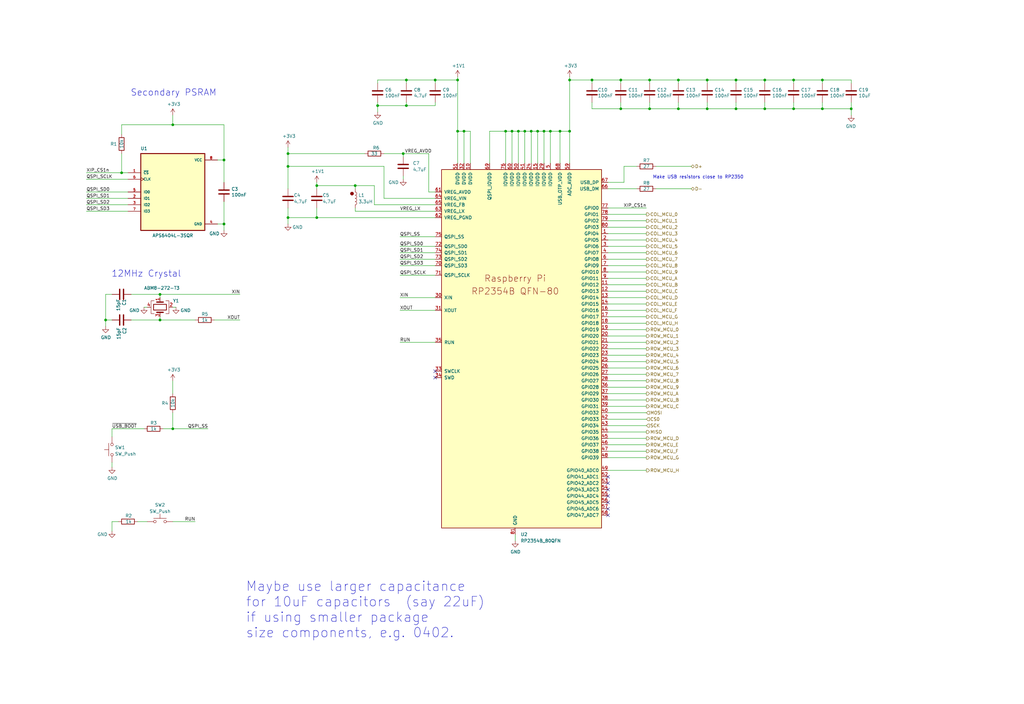
<source format=kicad_sch>
(kicad_sch (version 20250114) (generator "eeschema") (generator_version "9.0")
  (paper "User" 406.4 279.4)
  (lib_symbols
    (symbol "Device:C" (pin_numbers (hide yes)) (pin_names (offset 0.254))
      (property "Reference" "C" (at 0.635 2.54 0))
      (property "Value" "C" (at 0.635 -2.54 0))
      (symbol "C_0_1"
        (polyline (pts (xy -2.032 0.762) (xy 2.032 0.762)) (stroke (width 0.508)))
        (polyline (pts (xy -2.032 -0.762) (xy 2.032 -0.762)) (stroke (width 0.508)))
      )
      (symbol "C_1_1"
        (pin passive line (at 0 3.81 270) (length 2.794) (name "~") (number "1"))
        (pin passive line (at 0 -3.81 90) (length 2.794) (name "~") (number "2"))
      )
    )
    (symbol "Device:Crystal_GND24" (pin_names (offset 1.016) (hide yes))
      (property "Reference" "Y" (at 3.175 5.08 0))
      (property "Value" "Crystal_GND24" (at 3.175 3.175 0))
      (symbol "Crystal_GND24_0_1"
        (polyline (pts (xy -2.54 2.286) (xy -2.54 3.556) (xy 2.54 3.556) (xy 2.54 2.286)))
        (polyline (pts (xy -2.54 0) (xy -2.032 0)))
        (polyline (pts (xy -2.54 -2.286) (xy -2.54 -3.556) (xy 2.54 -3.556) (xy 2.54 -2.286)))
        (polyline (pts (xy -2.032 -1.27) (xy -2.032 1.27)) (stroke (width 0.508)))
        (rectangle (start -1.143 2.54) (end 1.143 -2.54) (stroke (width 0.3048)))
        (polyline (pts (xy 0 3.556) (xy 0 3.81)))
        (polyline (pts (xy 0 -3.81) (xy 0 -3.556)))
        (polyline (pts (xy 2.032 0) (xy 2.54 0)))
        (polyline (pts (xy 2.032 -1.27) (xy 2.032 1.27)) (stroke (width 0.508)))
      )
      (symbol "Crystal_GND24_1_1"
        (pin passive line (at -3.81 0 0) (length 1.27) (name "1") (number "1"))
        (pin passive line (at 0 5.08 270) (length 1.27) (name "2") (number "2"))
        (pin passive line (at 0 -5.08 90) (length 1.27) (name "4") (number "4"))
        (pin passive line (at 3.81 0 180) (length 1.27) (name "3") (number "3"))
      )
    )
    (symbol "Device:L" (pin_numbers (hide yes)) (pin_names (offset 1.016) (hide yes))
      (property "Reference" "L" (at -1.27 0 90))
      (property "Value" "L" (at 1.905 0 90))
      (symbol "L_0_1"
        (arc (start 0 2.54) (mid 0.6323 1.905) (end 0 1.27))
        (arc (start 0 1.27) (mid 0.6323 0.635) (end 0 0))
        (arc (start 0 0) (mid 0.6323 -0.635) (end 0 -1.27))
        (arc (start 0 -1.27) (mid 0.6323 -1.905) (end 0 -2.54))
      )
      (symbol "L_1_1"
        (pin passive line (at 0 3.81 270) (length 1.27) (name "1") (number "1"))
        (pin passive line (at 0 -3.81 90) (length 1.27) (name "2") (number "2"))
      )
    )
    (symbol "Device:R" (pin_numbers (hide yes)) (pin_names (offset 0))
      (property "Reference" "R" (at 2.032 0 90))
      (property "Value" "R" (at 0 0 90))
      (symbol "R_0_1"
        (rectangle (start -1.016 -2.54) (end 1.016 2.54) (stroke (width 0.254)))
      )
      (symbol "R_1_1"
        (pin passive line (at 0 3.81 270) (length 1.27) (name "~") (number "1"))
        (pin passive line (at 0 -3.81 90) (length 1.27) (name "~") (number "2"))
      )
    )
    (symbol "Switch:SW_Push" (pin_numbers (hide yes)) (pin_names (offset 1.016) (hide yes))
      (property "Reference" "SW" (at 1.27 2.54 0))
      (property "Value" "SW_Push" (at 0 -1.524 0))
      (symbol "SW_Push_0_1"
        (circle (center -2.032 0) (radius 0.508))
        (polyline (pts (xy 0 1.27) (xy 0 3.048)))
        (circle (center 2.032 0) (radius 0.508))
        (polyline (pts (xy 2.54 1.27) (xy -2.54 1.27)))
        (pin passive line (at -5.08 0 0) (length 2.54) (name "1") (number "1"))
        (pin passive line (at 5.08 0 180) (length 2.54) (name "2") (number "2"))
      )
    )
    (symbol "panel_custom:APS6404L-3SQR" (pin_names (offset 1.016))
      (property "Reference" "U" (at -12.7 16.24 0))
      (property "Value" "APS6404L-3SQR" (at -4.572 16.256 0))
      (symbol "APS6404L-3SQR_0_0"
        (rectangle (start -12.7 -15.24) (end 12.7 15.24) (stroke (width 0.41)) (fill (type background)))
        (pin input line (at -17.78 7.62 0) (length 5.08) (name "~{CS}") (number "1"))
        (pin input clock (at -17.78 5.08 0) (length 5.08) (name "CLK") (number "6"))
        (pin bidirectional line (at -17.78 0 0) (length 5.08) (name "IO0") (number "5"))
        (pin bidirectional line (at -17.78 -2.54 0) (length 5.08) (name "IO1") (number "2"))
        (pin bidirectional line (at -17.78 -5.08 0) (length 5.08) (name "IO2") (number "3"))
        (pin bidirectional line (at -17.78 -7.62 0) (length 5.08) (name "IO3") (number "7"))
        (pin power_in line (at 17.78 12.7 180) (length 5.08) (name "VCC") (number "8"))
        (pin power_in line (at 17.78 -12.7 180) (length 5.08) (name "GND") (number "4"))
      )
    )
    (symbol "panel_custom:RP2354B_80QFN" (pin_names (offset 1.016))
      (property "Reference" "U" (at -29.21 49.53 0))
      (property "Value" "RP2354B_80QFN" (at 25.4 -96.52 0))
      (symbol "RP2354B_80QFN_0_0"
        (text "Raspberry Pi" (at 0 5.08 0) (effects (font (size 2.54 2.54))))
      )
      (symbol "RP2354B_80QFN_0_1"
        (rectangle (start -29.21 48.26) (end 34.29 -93.98) (stroke (width 0.254)) (fill (type background)))
      )
      (symbol "RP2354B_80QFN_1_1"
        (text "RP2354B QFN-80" (at 0 0 0) (effects (font (size 2.54 2.54))))
        (pin power_in line (at -31.75 39.37 0) (length 2.54) (name "VREG_AVDD") (number "61"))
        (pin power_in line (at -31.75 36.83 0) (length 2.54) (name "VREG_VIN") (number "64"))
        (pin input line (at -31.75 34.29 0) (length 2.54) (name "VREG_FB") (number "65"))
        (pin power_out line (at -31.75 31.75 0) (length 2.54) (name "VREG_LX") (number "63"))
        (pin power_in line (at -31.75 29.21 0) (length 2.54) (name "VREG_PGND") (number "62"))
        (pin bidirectional line (at -31.75 21.59 0) (length 2.54) (name "QSPI_SS") (number "75"))
        (pin bidirectional line (at -31.75 17.78 0) (length 2.54) (name "QSPI_SD0") (number "72"))
        (pin bidirectional line (at -31.75 15.24 0) (length 2.54) (name "QSPI_SD1") (number "74"))
        (pin bidirectional line (at -31.75 12.7 0) (length 2.54) (name "QSPI_SD2") (number "73"))
        (pin bidirectional line (at -31.75 10.16 0) (length 2.54) (name "QSPI_SD3") (number "70"))
        (pin output line (at -31.75 6.35 0) (length 2.54) (name "QSPI_SCLK") (number "71"))
        (pin input line (at -31.75 -2.54 0) (length 2.54) (name "XIN") (number "30"))
        (pin passive line (at -31.75 -7.62 0) (length 2.54) (name "XOUT") (number "31"))
        (pin input line (at -31.75 -20.32 0) (length 2.54) (name "RUN") (number "35"))
        (pin output line (at -31.75 -31.75 0) (length 2.54) (name "SWCLK") (number "33"))
        (pin bidirectional line (at -31.75 -34.29 0) (length 2.54) (name "SWD") (number "34"))
        (pin power_in line (at -22.86 50.8 270) (length 2.54) (name "DVDD") (number "51"))
        (pin power_in line (at -20.32 50.8 270) (length 2.54) (name "DVDD") (number "32"))
        (pin power_in line (at -17.78 50.8 270) (length 2.54) (name "DVDD") (number "10"))
        (pin power_in line (at -10.16 50.8 270) (length 2.54) (name "QSPI_IOVDD") (number "69"))
        (pin power_in line (at -3.81 50.8 270) (length 2.54) (name "IOVDD") (number "76"))
        (pin power_in line (at -1.27 50.8 270) (length 2.54) (name "IOVDD") (number "60"))
        (pin power_in line (at 0 -96.52 90) (length 2.54) (name "GND") (number "81"))
        (pin power_in line (at 1.27 50.8 270) (length 2.54) (name "IOVDD") (number "50"))
        (pin power_in line (at 3.81 50.8 270) (length 2.54) (name "IOVDD") (number "41"))
        (pin power_in line (at 6.35 50.8 270) (length 2.54) (name "IOVDD") (number "24"))
        (pin power_in line (at 8.89 50.8 270) (length 2.54) (name "IOVDD") (number "15"))
        (pin power_in line (at 11.43 50.8 270) (length 2.54) (name "IOVDD") (number "29"))
        (pin power_in line (at 13.97 50.8 270) (length 2.54) (name "IOVDD") (number "5"))
        (pin power_in line (at 17.78 50.8 270) (length 2.54) (name "USB_OTP_VDD") (number "68"))
        (pin power_in line (at 21.59 50.8 270) (length 2.54) (name "ADC_AVDD") (number "59"))
        (pin bidirectional line (at 36.83 43.18 180) (length 2.54) (name "USB_DP") (number "67"))
        (pin bidirectional line (at 36.83 40.64 180) (length 2.54) (name "USB_DM") (number "66"))
        (pin bidirectional line (at 36.83 33.02 180) (length 2.54) (name "GPIO0") (number "77"))
        (pin bidirectional line (at 36.83 30.48 180) (length 2.54) (name "GPIO1") (number "78"))
        (pin bidirectional line (at 36.83 27.94 180) (length 2.54) (name "GPIO2") (number "79"))
        (pin bidirectional line (at 36.83 25.4 180) (length 2.54) (name "GPIO3") (number "80"))
        (pin bidirectional line (at 36.83 22.86 180) (length 2.54) (name "GPIO4") (number "1"))
        (pin bidirectional line (at 36.83 20.32 180) (length 2.54) (name "GPIO5") (number "2"))
        (pin bidirectional line (at 36.83 17.78 180) (length 2.54) (name "GPIO6") (number "3"))
        (pin bidirectional line (at 36.83 15.24 180) (length 2.54) (name "GPIO7") (number "4"))
        (pin bidirectional line (at 36.83 12.7 180) (length 2.54) (name "GPIO8") (number "6"))
        (pin bidirectional line (at 36.83 10.16 180) (length 2.54) (name "GPIO9") (number "7"))
        (pin bidirectional line (at 36.83 7.62 180) (length 2.54) (name "GPIO10") (number "8"))
        (pin bidirectional line (at 36.83 5.08 180) (length 2.54) (name "GPIO11") (number "9"))
        (pin bidirectional line (at 36.83 2.54 180) (length 2.54) (name "GPIO12") (number "11"))
        (pin bidirectional line (at 36.83 0 180) (length 2.54) (name "GPIO13") (number "12"))
        (pin bidirectional line (at 36.83 -2.54 180) (length 2.54) (name "GPIO14") (number "13"))
        (pin bidirectional line (at 36.83 -5.08 180) (length 2.54) (name "GPIO15") (number "14"))
        (pin bidirectional line (at 36.83 -7.62 180) (length 2.54) (name "GPIO16") (number "16"))
        (pin bidirectional line (at 36.83 -10.16 180) (length 2.54) (name "GPIO17") (number "17"))
        (pin bidirectional line (at 36.83 -12.7 180) (length 2.54) (name "GPIO18") (number "18"))
        (pin bidirectional line (at 36.83 -15.24 180) (length 2.54) (name "GPIO19") (number "19"))
        (pin bidirectional line (at 36.83 -17.78 180) (length 2.54) (name "GPIO20") (number "20"))
        (pin bidirectional line (at 36.83 -20.32 180) (length 2.54) (name "GPIO21") (number "21"))
        (pin bidirectional line (at 36.83 -22.86 180) (length 2.54) (name "GPIO22") (number "22"))
        (pin bidirectional line (at 36.83 -25.4 180) (length 2.54) (name "GPIO23") (number "23"))
        (pin bidirectional line (at 36.83 -27.94 180) (length 2.54) (name "GPIO24") (number "25"))
        (pin bidirectional line (at 36.83 -30.48 180) (length 2.54) (name "GPIO25") (number "26"))
        (pin bidirectional line (at 36.83 -33.02 180) (length 2.54) (name "GPIO26") (number "27"))
        (pin bidirectional line (at 36.83 -35.56 180) (length 2.54) (name "GPIO27") (number "28"))
        (pin bidirectional line (at 36.83 -38.1 180) (length 2.54) (name "GPIO28") (number "36"))
        (pin bidirectional line (at 36.83 -40.64 180) (length 2.54) (name "GPIO29") (number "37"))
        (pin bidirectional line (at 36.83 -43.18 180) (length 2.54) (name "GPIO30") (number "38"))
        (pin bidirectional line (at 36.83 -45.72 180) (length 2.54) (name "GPIO31") (number "39"))
        (pin bidirectional line (at 36.83 -48.26 180) (length 2.54) (name "GPIO32") (number "40"))
        (pin bidirectional line (at 36.83 -50.8 180) (length 2.54) (name "GPIO33") (number "42"))
        (pin bidirectional line (at 36.83 -53.34 180) (length 2.54) (name "GPIO34") (number "43"))
        (pin bidirectional line (at 36.83 -55.88 180) (length 2.54) (name "GPIO35") (number "44"))
        (pin bidirectional line (at 36.83 -58.42 180) (length 2.54) (name "GPIO36") (number "45"))
        (pin bidirectional line (at 36.83 -60.96 180) (length 2.54) (name "GPIO37") (number "46"))
        (pin bidirectional line (at 36.83 -63.5 180) (length 2.54) (name "GPIO38") (number "47"))
        (pin bidirectional line (at 36.83 -66.04 180) (length 2.54) (name "GPIO39") (number "48"))
        (pin bidirectional line (at 36.83 -71.12 180) (length 2.54) (name "GPIO40_ADC0") (number "49"))
        (pin bidirectional line (at 36.83 -73.66 180) (length 2.54) (name "GPIO41_ADC1") (number "52"))
        (pin bidirectional line (at 36.83 -76.2 180) (length 2.54) (name "GPIO42_ADC2") (number "53"))
        (pin bidirectional line (at 36.83 -78.74 180) (length 2.54) (name "GPIO43_ADC3") (number "54"))
        (pin bidirectional line (at 36.83 -81.28 180) (length 2.54) (name "GPIO44_ADC4") (number "55"))
        (pin bidirectional line (at 36.83 -83.82 180) (length 2.54) (name "GPIO45_ADC5") (number "56"))
        (pin bidirectional line (at 36.83 -86.36 180) (length 2.54) (name "GPIO46_ADC6") (number "57"))
        (pin bidirectional line (at 36.83 -88.9 180) (length 2.54) (name "GPIO47_ADC7") (number "58"))
      )
    )
    (symbol "power:+1V1" (power) (pin_names (offset 0))
      (property "Value" "+1V1" (at 0 3.556 0))
      (symbol "+1V1_0_1"
        (polyline (pts (xy -0.762 1.27) (xy 0 2.54)))
        (polyline (pts (xy 0 2.54) (xy 0.762 1.27)))
        (polyline (pts (xy 0 0) (xy 0 2.54)))
      )
      (symbol "+1V1_1_1"
        (pin power_in line (at 0 0 90) (length 0) (hide yes) (name "+1V1") (number "1"))
      )
    )
    (symbol "power:+3V3" (power) (pin_names (offset 0))
      (property "Value" "+3V3" (at 0 3.556 0))
      (symbol "+3V3_0_1"
        (polyline (pts (xy -0.762 1.27) (xy 0 2.54)))
        (polyline (pts (xy 0 2.54) (xy 0.762 1.27)))
        (polyline (pts (xy 0 0) (xy 0 2.54)))
      )
      (symbol "+3V3_1_1"
        (pin power_in line (at 0 0 90) (length 0) (hide yes) (name "+3V3") (number "1"))
      )
    )
    (symbol "power:GND" (power) (pin_names (offset 0))
      (property "Value" "GND" (at 0 -3.81 0))
      (symbol "GND_0_1"
        (polyline (pts (xy 0 0) (xy 0 -1.27) (xy 1.27 -1.27) (xy 0 -2.54) (xy -1.27 -1.27) (xy 0 -1.27)))
      )
      (symbol "GND_1_1"
        (pin power_in line (at 0 0 270) (length 0) (hide yes) (name "GND") (number "1"))
      )
    )
  )
  (circle (center 139.7 76.835) (radius 0.635) (stroke (width 0) (color 132 0 0 1)) (fill (type color) (color 132 0 0 1)))
  (text "12MHz Crystal" (at 44.196 110.236 0) (effects (font (size 2.54 2.54)) (justify left bottom)))
  (text "Maybe use larger capacitance \nfor 10uF capacitors  (say 22uF)  \nif using smaller package \nsize components, e.g. 0402.  " (at 97.536 242.062 0) (effects (font (size 3.81 3.81)) (justify left)))
  (text "Secondary PSRAM" (at 51.816 38.354 0) (effects (font (size 2.54 2.54)) (justify left bottom)))
  (text "Make USB resistors close to RP2350\n" (at 259.08 71.12 0) (effects (font (size 1.27 1.27)) (justify left bottom)))
  (junction (at 125.73 86.36))
  (junction (at 269.24 43.18))
  (junction (at 149.86 41.91))
  (junction (at 326.39 31.75))
  (junction (at 222.25 52.07))
  (junction (at 215.9 52.07))
  (junction (at 114.3 60.96))
  (junction (at 48.26 68.58))
  (junction (at 181.61 31.75))
  (junction (at 140.97 73.66))
  (junction (at 41.91 127))
  (junction (at 257.81 43.18))
  (junction (at 172.72 31.75))
  (junction (at 269.24 31.75))
  (junction (at 337.82 43.18))
  (junction (at 292.1 43.18))
  (junction (at 63.5 127))
  (junction (at 184.15 52.07))
  (junction (at 257.81 31.75))
  (junction (at 114.3 86.36))
  (junction (at 200.66 52.07))
  (junction (at 114.3 66.04))
  (junction (at 218.44 52.07))
  (junction (at 213.36 52.07))
  (junction (at 88.9 88.9))
  (junction (at 234.95 31.75))
  (junction (at 303.53 31.75))
  (junction (at 203.2 52.07))
  (junction (at 314.96 31.75))
  (junction (at 160.02 60.96))
  (junction (at 303.53 43.18))
  (junction (at 125.73 73.66))
  (junction (at 246.38 43.18))
  (junction (at 226.06 52.07))
  (junction (at 208.28 52.07))
  (junction (at 161.29 41.91))
  (junction (at 292.1 31.75))
  (junction (at 246.38 31.75))
  (junction (at 68.58 170.18))
  (junction (at 68.58 49.53))
  (junction (at 226.06 31.75))
  (junction (at 88.9 63.5))
  (junction (at 161.29 31.75))
  (junction (at 210.82 52.07))
  (junction (at 205.74 52.07))
  (junction (at 326.39 43.18))
  (junction (at 280.67 31.75))
  (junction (at 63.5 116.84))
  (junction (at 181.61 52.07))
  (junction (at 314.96 43.18))
  (junction (at 280.67 43.18))
  (no_connect (at 172.72 147.32))
  (no_connect (at 241.3 196.85))
  (no_connect (at 241.3 201.93))
  (no_connect (at 241.3 189.23))
  (no_connect (at 241.3 194.31))
  (no_connect (at 241.3 191.77))
  (no_connect (at 241.3 204.47))
  (no_connect (at 172.72 149.86))
  (no_connect (at 241.3 199.39))
  (wire (pts (xy 241.3 82.55) (xy 256.54 82.55)))
  (wire (pts (xy 257.81 43.18) (xy 246.38 43.18)))
  (wire (pts (xy 152.4 78.74) (xy 172.72 78.74)))
  (wire (pts (xy 241.3 140.97) (xy 256.54 140.97)))
  (wire (pts (xy 181.61 31.75) (xy 181.61 52.07)))
  (wire (pts (xy 241.3 107.95) (xy 256.54 107.95)))
  (wire (pts (xy 246.38 40.64) (xy 246.38 43.18)))
  (wire (pts (xy 68.58 45.72) (xy 68.58 49.53)))
  (wire (pts (xy 241.3 95.25) (xy 256.54 95.25)))
  (wire (pts (xy 149.86 40.64) (xy 149.86 41.91)))
  (wire (pts (xy 88.9 63.5) (xy 88.9 72.39)))
  (wire (pts (xy 260.35 74.93) (xy 274.32 74.93)))
  (wire (pts (xy 292.1 40.64) (xy 292.1 43.18)))
  (wire (pts (xy 34.29 68.58) (xy 48.26 68.58)))
  (wire (pts (xy 48.26 49.53) (xy 68.58 49.53)))
  (wire (pts (xy 186.69 52.07) (xy 186.69 64.77)))
  (wire (pts (xy 34.29 78.74) (xy 50.8 78.74)))
  (wire (pts (xy 34.29 81.28) (xy 50.8 81.28)))
  (wire (pts (xy 241.3 168.91) (xy 256.54 168.91)))
  (wire (pts (xy 88.9 80.01) (xy 88.9 88.9)))
  (wire (pts (xy 114.3 66.04) (xy 152.4 66.04)))
  (wire (pts (xy 88.9 49.53) (xy 88.9 63.5)))
  (wire (pts (xy 215.9 52.07) (xy 218.44 52.07)))
  (wire (pts (xy 241.3 181.61) (xy 256.54 181.61)))
  (wire (pts (xy 234.95 40.64) (xy 234.95 43.18)))
  (wire (pts (xy 241.3 123.19) (xy 256.54 123.19)))
  (wire (pts (xy 172.72 33.02) (xy 172.72 31.75)))
  (wire (pts (xy 226.06 31.75) (xy 234.95 31.75)))
  (wire (pts (xy 57.15 170.18) (xy 44.45 170.18)))
  (wire (pts (xy 114.3 86.36) (xy 114.3 88.9)))
  (wire (pts (xy 158.75 118.11) (xy 172.72 118.11)))
  (wire (pts (xy 44.45 116.84) (xy 41.91 116.84)))
  (wire (pts (xy 241.3 92.71) (xy 256.54 92.71)))
  (wire (pts (xy 269.24 31.75) (xy 280.67 31.75)))
  (wire (pts (xy 210.82 64.77) (xy 210.82 52.07)))
  (wire (pts (xy 241.3 100.33) (xy 256.54 100.33)))
  (wire (pts (xy 205.74 64.77) (xy 205.74 52.07)))
  (wire (pts (xy 52.07 116.84) (xy 63.5 116.84)))
  (wire (pts (xy 260.35 66.04) (xy 274.32 66.04)))
  (wire (pts (xy 208.28 64.77) (xy 208.28 52.07)))
  (wire (pts (xy 292.1 33.02) (xy 292.1 31.75)))
  (wire (pts (xy 200.66 64.77) (xy 200.66 52.07)))
  (wire (pts (xy 160.02 60.96) (xy 170.18 60.96)))
  (wire (pts (xy 158.75 105.41) (xy 172.72 105.41)))
  (wire (pts (xy 34.29 76.2) (xy 50.8 76.2)))
  (wire (pts (xy 200.66 52.07) (xy 203.2 52.07)))
  (wire (pts (xy 140.97 73.66) (xy 140.97 74.93)))
  (wire (pts (xy 241.3 118.11) (xy 256.54 118.11)))
  (wire (pts (xy 314.96 31.75) (xy 326.39 31.75)))
  (wire (pts (xy 203.2 52.07) (xy 205.74 52.07)))
  (wire (pts (xy 241.3 102.87) (xy 256.54 102.87)))
  (wire (pts (xy 68.58 163.83) (xy 68.58 170.18)))
  (wire (pts (xy 63.5 116.84) (xy 95.25 116.84)))
  (wire (pts (xy 172.72 41.91) (xy 172.72 40.64)))
  (wire (pts (xy 63.5 125.73) (xy 63.5 127)))
  (wire (pts (xy 234.95 31.75) (xy 246.38 31.75)))
  (wire (pts (xy 226.06 31.75) (xy 226.06 52.07)))
  (wire (pts (xy 247.65 66.04) (xy 247.65 72.39)))
  (wire (pts (xy 140.97 83.82) (xy 140.97 82.55)))
  (wire (pts (xy 160.02 71.12) (xy 160.02 69.85)))
  (wire (pts (xy 125.73 82.55) (xy 125.73 86.36)))
  (wire (pts (xy 241.3 158.75) (xy 256.54 158.75)))
  (wire (pts (xy 314.96 40.64) (xy 314.96 43.18)))
  (wire (pts (xy 114.3 82.55) (xy 114.3 86.36)))
  (wire (pts (xy 125.73 86.36) (xy 172.72 86.36)))
  (wire (pts (xy 63.5 127) (xy 77.47 127)))
  (wire (pts (xy 170.18 60.96) (xy 170.18 76.2)))
  (wire (pts (xy 326.39 31.75) (xy 337.82 31.75)))
  (wire (pts (xy 241.3 135.89) (xy 256.54 135.89)))
  (wire (pts (xy 326.39 43.18) (xy 314.96 43.18)))
  (wire (pts (xy 203.2 64.77) (xy 203.2 52.07)))
  (wire (pts (xy 213.36 52.07) (xy 215.9 52.07)))
  (wire (pts (xy 241.3 128.27) (xy 256.54 128.27)))
  (wire (pts (xy 148.59 73.66) (xy 140.97 73.66)))
  (wire (pts (xy 241.3 133.35) (xy 256.54 133.35)))
  (wire (pts (xy 215.9 64.77) (xy 215.9 52.07)))
  (wire (pts (xy 149.86 33.02) (xy 149.86 31.75)))
  (wire (pts (xy 152.4 60.96) (xy 160.02 60.96)))
  (wire (pts (xy 269.24 33.02) (xy 269.24 31.75)))
  (wire (pts (xy 337.82 43.18) (xy 337.82 45.72)))
  (wire (pts (xy 181.61 52.07) (xy 181.61 64.77)))
  (wire (pts (xy 257.81 33.02) (xy 257.81 31.75)))
  (wire (pts (xy 241.3 125.73) (xy 256.54 125.73)))
  (wire (pts (xy 184.15 52.07) (xy 181.61 52.07)))
  (wire (pts (xy 194.31 52.07) (xy 200.66 52.07)))
  (wire (pts (xy 246.38 31.75) (xy 257.81 31.75)))
  (wire (pts (xy 241.3 130.81) (xy 256.54 130.81)))
  (wire (pts (xy 205.74 52.07) (xy 208.28 52.07)))
  (wire (pts (xy 172.72 31.75) (xy 181.61 31.75)))
  (wire (pts (xy 241.3 72.39) (xy 247.65 72.39)))
  (wire (pts (xy 269.24 40.64) (xy 269.24 43.18)))
  (wire (pts (xy 208.28 52.07) (xy 210.82 52.07)))
  (wire (pts (xy 50.8 68.58) (xy 48.26 68.58)))
  (wire (pts (xy 114.3 60.96) (xy 114.3 66.04)))
  (wire (pts (xy 54.61 207.01) (xy 58.42 207.01)))
  (wire (pts (xy 158.75 102.87) (xy 172.72 102.87)))
  (wire (pts (xy 184.15 64.77) (xy 184.15 52.07)))
  (wire (pts (xy 303.53 40.64) (xy 303.53 43.18)))
  (wire (pts (xy 326.39 40.64) (xy 326.39 43.18)))
  (wire (pts (xy 241.3 143.51) (xy 256.54 143.51)))
  (wire (pts (xy 148.59 81.28) (xy 148.59 73.66)))
  (wire (pts (xy 172.72 109.22) (xy 158.75 109.22)))
  (wire (pts (xy 34.29 71.12) (xy 50.8 71.12)))
  (wire (pts (xy 241.3 120.65) (xy 256.54 120.65)))
  (wire (pts (xy 194.31 64.77) (xy 194.31 52.07)))
  (wire (pts (xy 218.44 52.07) (xy 218.44 64.77)))
  (wire (pts (xy 280.67 31.75) (xy 292.1 31.75)))
  (wire (pts (xy 234.95 33.02) (xy 234.95 31.75)))
  (wire (pts (xy 226.06 52.07) (xy 226.06 64.77)))
  (wire (pts (xy 247.65 66.04) (xy 252.73 66.04)))
  (wire (pts (xy 64.77 170.18) (xy 68.58 170.18)))
  (wire (pts (xy 114.3 86.36) (xy 125.73 86.36)))
  (wire (pts (xy 280.67 33.02) (xy 280.67 31.75)))
  (wire (pts (xy 41.91 116.84) (xy 41.91 127)))
  (wire (pts (xy 68.58 207.01) (xy 77.47 207.01)))
  (wire (pts (xy 241.3 171.45) (xy 256.54 171.45)))
  (wire (pts (xy 337.82 40.64) (xy 337.82 43.18)))
  (wire (pts (xy 158.75 100.33) (xy 172.72 100.33)))
  (wire (pts (xy 63.5 118.11) (xy 63.5 116.84)))
  (wire (pts (xy 152.4 66.04) (xy 152.4 78.74)))
  (wire (pts (xy 241.3 179.07) (xy 256.54 179.07)))
  (wire (pts (xy 44.45 183.515) (xy 44.45 185.42)))
  (wire (pts (xy 44.45 170.18) (xy 44.45 173.355)))
  (wire (pts (xy 241.3 186.69) (xy 256.54 186.69)))
  (wire (pts (xy 257.81 40.64) (xy 257.81 43.18)))
  (wire (pts (xy 218.44 52.07) (xy 222.25 52.07)))
  (wire (pts (xy 222.25 52.07) (xy 226.06 52.07)))
  (wire (pts (xy 161.29 40.64) (xy 161.29 41.91)))
  (wire (pts (xy 161.29 31.75) (xy 172.72 31.75)))
  (wire (pts (xy 68.58 121.92) (xy 69.85 121.92)))
  (wire (pts (xy 149.86 41.91) (xy 149.86 44.45)))
  (wire (pts (xy 241.3 105.41) (xy 256.54 105.41)))
  (wire (pts (xy 44.45 127) (xy 41.91 127)))
  (wire (pts (xy 213.36 52.07) (xy 213.36 64.77)))
  (wire (pts (xy 292.1 31.75) (xy 303.53 31.75)))
  (wire (pts (xy 241.3 163.83) (xy 256.54 163.83)))
  (wire (pts (xy 241.3 85.09) (xy 256.54 85.09)))
  (wire (pts (xy 140.97 83.82) (xy 172.72 83.82)))
  (wire (pts (xy 34.29 83.82) (xy 50.8 83.82)))
  (wire (pts (xy 241.3 90.17) (xy 256.54 90.17)))
  (wire (pts (xy 52.07 127) (xy 63.5 127)))
  (wire (pts (xy 125.73 72.39) (xy 125.73 73.66)))
  (wire (pts (xy 44.45 207.01) (xy 44.45 210.82)))
  (wire (pts (xy 88.9 88.9) (xy 86.36 88.9)))
  (wire (pts (xy 303.53 43.18) (xy 292.1 43.18)))
  (wire (pts (xy 114.3 58.42) (xy 114.3 60.96)))
  (wire (pts (xy 48.26 53.34) (xy 48.26 49.53)))
  (wire (pts (xy 241.3 97.79) (xy 256.54 97.79)))
  (wire (pts (xy 158.75 123.19) (xy 172.72 123.19)))
  (wire (pts (xy 226.06 30.48) (xy 226.06 31.75)))
  (wire (pts (xy 326.39 33.02) (xy 326.39 31.75)))
  (wire (pts (xy 280.67 43.18) (xy 269.24 43.18)))
  (wire (pts (xy 158.75 135.89) (xy 172.72 135.89)))
  (wire (pts (xy 160.02 60.96) (xy 160.02 62.23)))
  (wire (pts (xy 125.73 74.93) (xy 125.73 73.66)))
  (wire (pts (xy 125.73 73.66) (xy 140.97 73.66)))
  (wire (pts (xy 158.75 93.98) (xy 172.72 93.98)))
  (wire (pts (xy 170.18 76.2) (xy 172.72 76.2)))
  (wire (pts (xy 241.3 87.63) (xy 256.54 87.63)))
  (wire (pts (xy 241.3 148.59) (xy 256.54 148.59)))
  (wire (pts (xy 41.91 127) (xy 41.91 129.54)))
  (wire (pts (xy 241.3 176.53) (xy 256.54 176.53)))
  (wire (pts (xy 68.58 151.13) (xy 68.58 156.21)))
  (wire (pts (xy 280.67 40.64) (xy 280.67 43.18)))
  (wire (pts (xy 246.38 33.02) (xy 246.38 31.75)))
  (wire (pts (xy 241.3 156.21) (xy 256.54 156.21)))
  (wire (pts (xy 337.82 31.75) (xy 337.82 33.02)))
  (wire (pts (xy 204.47 212.09) (xy 204.47 214.63)))
  (wire (pts (xy 292.1 43.18) (xy 280.67 43.18)))
  (wire (pts (xy 303.53 33.02) (xy 303.53 31.75)))
  (wire (pts (xy 149.86 41.91) (xy 161.29 41.91)))
  (wire (pts (xy 241.3 146.05) (xy 256.54 146.05)))
  (wire (pts (xy 57.15 121.92) (xy 58.42 121.92)))
  (wire (pts (xy 257.81 31.75) (xy 269.24 31.75)))
  (wire (pts (xy 241.3 74.93) (xy 252.73 74.93)))
  (wire (pts (xy 246.38 43.18) (xy 234.95 43.18)))
  (wire (pts (xy 85.09 127) (xy 95.25 127)))
  (wire (pts (xy 241.3 151.13) (xy 256.54 151.13)))
  (wire (pts (xy 241.3 166.37) (xy 256.54 166.37)))
  (wire (pts (xy 222.25 64.77) (xy 222.25 52.07)))
  (wire (pts (xy 210.82 52.07) (xy 213.36 52.07)))
  (wire (pts (xy 88.9 63.5) (xy 86.36 63.5)))
  (wire (pts (xy 114.3 66.04) (xy 114.3 74.93)))
  (wire (pts (xy 241.3 138.43) (xy 256.54 138.43)))
  (wire (pts (xy 241.3 153.67) (xy 256.54 153.67)))
  (wire (pts (xy 88.9 88.9) (xy 88.9 91.44)))
  (wire (pts (xy 161.29 33.02) (xy 161.29 31.75)))
  (wire (pts (xy 46.99 207.01) (xy 44.45 207.01)))
  (wire (pts (xy 303.53 31.75) (xy 314.96 31.75)))
  (wire (pts (xy 149.86 31.75) (xy 161.29 31.75)))
  (wire (pts (xy 181.61 30.48) (xy 181.61 31.75)))
  (wire (pts (xy 269.24 43.18) (xy 257.81 43.18)))
  (wire (pts (xy 337.82 43.18) (xy 326.39 43.18)))
  (wire (pts (xy 68.58 170.18) (xy 82.55 170.18)))
  (wire (pts (xy 184.15 52.07) (xy 186.69 52.07)))
  (wire (pts (xy 161.29 41.91) (xy 172.72 41.91)))
  (wire (pts (xy 314.96 43.18) (xy 303.53 43.18)))
  (wire (pts (xy 158.75 97.79) (xy 172.72 97.79)))
  (wire (pts (xy 172.72 81.28) (xy 148.59 81.28)))
  (wire (pts (xy 68.58 49.53) (xy 88.9 49.53)))
  (wire (pts (xy 241.3 113.03) (xy 256.54 113.03)))
  (wire (pts (xy 241.3 173.99) (xy 256.54 173.99)))
  (wire (pts (xy 48.26 60.96) (xy 48.26 68.58)))
  (wire (pts (xy 314.96 33.02) (xy 314.96 31.75)))
  (wire (pts (xy 241.3 110.49) (xy 256.54 110.49)))
  (wire (pts (xy 241.3 115.57) (xy 256.54 115.57)))
  (wire (pts (xy 114.3 60.96) (xy 144.78 60.96)))
  (wire (pts (xy 241.3 161.29) (xy 256.54 161.29)))
  (label "QSPI_SD2" (at 158.75 102.87 0))
  (label "XIN" (at 95.25 116.84 180))
  (label "QSPI_SS" (at 82.55 170.18 180))
  (label "QSPI_SD3" (at 158.75 105.41 0))
  (label "QSPI_SD0" (at 34.29 76.2 0))
  (label "QSPI_SCLK" (at 34.29 71.12 0))
  (label "XIP_CS1n" (at 34.29 68.58 0))
  (label "QSPI_SS" (at 158.75 93.98 0))
  (label "XIP_CS1n" (at 256.54 82.55 180))
  (label "~{USB_BOOT}" (at 44.45 170.18 0))
  (label "QSPI_SD3" (at 34.29 83.82 0))
  (label "QSPI_SD1" (at 34.29 78.74 0))
  (label "QSPI_SD2" (at 34.29 81.28 0))
  (label "QSPI_SD0" (at 158.75 97.79 0))
  (label "QSPI_SCLK" (at 158.75 109.22 0))
  (label "XOUT" (at 95.25 127 180))
  (label "RUN" (at 158.75 135.89 0))
  (label "RUN" (at 77.47 207.01 180))
  (label "QSPI_SD1" (at 158.75 100.33 0))
  (label "XIN" (at 158.75 118.11 0))
  (label "VREG_AVDD" (at 160.655 60.96 0))
  (label "VREG_LX" (at 158.75 83.82 0))
  (label "XOUT" (at 158.75 123.19 0))
  (hierarchical_label "COL_MCU_0" (shape output) (at 256.54 85.09 0))
  (hierarchical_label "ROW_MCU_6" (shape output) (at 256.54 146.05 0))
  (hierarchical_label "COL_MCU_7" (shape output) (at 256.54 102.87 0))
  (hierarchical_label "COL_MCU_G" (shape output) (at 256.54 125.73 0))
  (hierarchical_label "SCK" (shape input) (at 256.54 168.91 0))
  (hierarchical_label "COL_MCU_C" (shape output) (at 256.54 115.57 0))
  (hierarchical_label "ROW_MCU_5" (shape output) (at 256.54 143.51 0))
  (hierarchical_label "ROW_MCU_H" (shape output) (at 256.54 186.69 0))
  (hierarchical_label "ROW_MCU_7" (shape output) (at 256.54 148.59 0))
  (hierarchical_label "COL_MCU_9" (shape output) (at 256.54 107.95 0))
  (hierarchical_label "COL_MCU_D" (shape output) (at 256.54 118.11 0))
  (hierarchical_label "ROW_MCU_8" (shape output) (at 256.54 151.13 0))
  (hierarchical_label "COL_MCU_4" (shape output) (at 256.54 95.25 0))
  (hierarchical_label "ROW_MCU_G" (shape output) (at 256.54 181.61 0))
  (hierarchical_label "D+" (shape bidirectional) (at 274.32 66.04 0))
  (hierarchical_label "ROW_MCU_0" (shape output) (at 256.54 130.81 0))
  (hierarchical_label "ROW_MCU_A" (shape output) (at 256.54 156.21 0))
  (hierarchical_label "COL_MCU_A" (shape output) (at 256.54 110.49 0))
  (hierarchical_label "ROW_MCU_C" (shape output) (at 256.54 161.29 0))
  (hierarchical_label "CS0" (shape input) (at 256.54 166.37 0))
  (hierarchical_label "ROW_MCU_3" (shape output) (at 256.54 138.43 0))
  (hierarchical_label "COL_MCU_H" (shape output) (at 256.54 128.27 0))
  (hierarchical_label "MISO" (shape output) (at 256.54 171.45 0))
  (hierarchical_label "ROW_MCU_E" (shape output) (at 256.54 176.53 0))
  (hierarchical_label "COL_MCU_3" (shape output) (at 256.54 92.71 0))
  (hierarchical_label "MOSI" (shape input) (at 256.54 163.83 0))
  (hierarchical_label "COL_MCU_B" (shape output) (at 256.54 113.03 0))
  (hierarchical_label "COL_MCU_6" (shape output) (at 256.54 100.33 0))
  (hierarchical_label "COL_MCU_2" (shape output) (at 256.54 90.17 0))
  (hierarchical_label "ROW_MCU_B" (shape output) (at 256.54 158.75 0))
  (hierarchical_label "COL_MCU_F" (shape output) (at 256.54 123.19 0))
  (hierarchical_label "ROW_MCU_9" (shape output) (at 256.54 153.67 0))
  (hierarchical_label "COL_MCU_1" (shape output) (at 256.54 87.63 0))
  (hierarchical_label "ROW_MCU_F" (shape output) (at 256.54 179.07 0))
  (hierarchical_label "D-" (shape bidirectional) (at 274.32 74.93 0))
  (hierarchical_label "COL_MCU_E" (shape output) (at 256.54 120.65 0))
  (hierarchical_label "ROW_MCU_4" (shape output) (at 256.54 140.97 0))
  (hierarchical_label "ROW_MCU_1" (shape output) (at 256.54 133.35 0))
  (hierarchical_label "COL_MCU_8" (shape output) (at 256.54 105.41 0))
  (hierarchical_label "COL_MCU_5" (shape output) (at 256.54 97.79 0))
  (hierarchical_label "ROW_MCU_D" (shape output) (at 256.54 173.99 0))
  (hierarchical_label "ROW_MCU_2" (shape output) (at 256.54 135.89 0))
  (symbol (lib_id "Device:C") (at 48.26 116.84 270) (unit 1)
    (property "Reference" "C1" (at 49.276 118.618 0) (effects (justify left)))
    (property "Value" "15pF" (at 46.9646 118.618 0) (effects (justify left)))
    (property "Footprint" "Capacitor_SMD:C_0201_0603Metric" (effects (hide yes)))
  )
  (symbol (lib_id "Device:C") (at 48.26 127 270) (unit 1)
    (property "Reference" "C2" (at 49.4284 129.921 0) (effects (justify left)))
    (property "Value" "15pF" (at 47.117 129.921 0) (effects (justify left)))
    (property "Footprint" "Capacitor_SMD:C_0201_0603Metric" (effects (hide yes)))
  )
  (symbol (lib_id "power:GND") (at 41.91 129.54 0) (unit 1)
    (property "Reference" "#PWR04" (effects (hide yes)))
    (property "Value" "GND" (at 42.037 133.9342 0))
  )
  (symbol (lib_id "power:GND") (at 204.47 214.63 0) (unit 1)
    (property "Reference" "#PWR018" (effects (hide yes)))
    (property "Value" "GND" (at 204.597 219.0242 0))
  )
  (symbol (lib_id "power:+3V3") (at 226.06 30.48 0) (unit 1)
    (property "Reference" "#PWR019" (effects (hide yes)))
    (property "Value" "+3V3" (at 226.441 26.0858 0))
  )
  (symbol (lib_id "Device:C") (at 257.81 36.83 0) (unit 1)
    (property "Reference" "C12" (at 260.731 35.6616 0) (effects (justify left)))
    (property "Value" "100nF" (at 260.731 37.973 0) (effects (justify left)))
    (property "Footprint" "Capacitor_SMD:C_0201_0603Metric" (effects (hide yes)))
  )
  (symbol (lib_id "Device:C") (at 269.24 36.83 0) (unit 1)
    (property "Reference" "C13" (at 272.161 35.6616 0) (effects (justify left)))
    (property "Value" "100nF" (at 272.161 37.973 0) (effects (justify left)))
    (property "Footprint" "Capacitor_SMD:C_0201_0603Metric" (effects (hide yes)))
  )
  (symbol (lib_id "Device:C") (at 280.67 36.83 0) (unit 1)
    (property "Reference" "C14" (at 283.591 35.6616 0) (effects (justify left)))
    (property "Value" "100nF" (at 283.591 37.973 0) (effects (justify left)))
    (property "Footprint" "Capacitor_SMD:C_0201_0603Metric" (effects (hide yes)))
  )
  (symbol (lib_id "Device:C") (at 292.1 36.83 0) (unit 1)
    (property "Reference" "C15" (at 295.021 35.6616 0) (effects (justify left)))
    (property "Value" "100nF" (at 295.021 37.973 0) (effects (justify left)))
    (property "Footprint" "Capacitor_SMD:C_0201_0603Metric" (effects (hide yes)))
  )
  (symbol (lib_id "Device:C") (at 303.53 36.83 0) (unit 1)
    (property "Reference" "C16" (at 306.451 35.6616 0) (effects (justify left)))
    (property "Value" "100nF" (at 306.451 37.973 0) (effects (justify left)))
    (property "Footprint" "Capacitor_SMD:C_0201_0603Metric" (effects (hide yes)))
  )
  (symbol (lib_id "Device:C") (at 314.96 36.83 0) (unit 1)
    (property "Reference" "C17" (at 317.881 35.6616 0) (effects (justify left)))
    (property "Value" "100nF" (at 317.881 37.973 0) (effects (justify left)))
    (property "Footprint" "Capacitor_SMD:C_0201_0603Metric" (effects (hide yes)))
  )
  (symbol (lib_id "Device:Crystal_GND24") (at 63.5 121.92 270) (unit 1)
    (property "Reference" "Y1" (at 68.58 119.38 90) (effects (justify left)))
    (property "Value" "ABM8-272-T3" (at 57.15 114.3 90) (effects (justify left)))
    (property "Footprint" "Crystal:Crystal_SMD_3225-4Pin_3.2x2.5mm" (effects (hide yes)))
  )
  (symbol (lib_id "Device:C") (at 337.82 36.83 0) (unit 1)
    (property "Reference" "C19" (at 340.741 35.6616 0) (effects (justify left)))
    (property "Value" "10uF" (at 340.741 37.973 0) (effects (justify left)))
    (property "Footprint" "Capacitor_SMD:C_0402_1005Metric" (effects (hide yes)))
  )
  (symbol (lib_id "power:+3V3") (at 68.58 151.13 0) (unit 1)
    (property "Reference" "#PWR09" (effects (hide yes)))
    (property "Value" "+3V3" (at 68.961 146.7358 0))
  )
  (symbol (lib_id "panel_custom:APS6404L-3SQR") (at 68.58 76.2 0) (unit 1)
    (property "Reference" "U1" (at 57.15 58.928 0))
    (property "Value" "APS6404L-3SQR" (at 68.58 93.472 0))
    (property "Footprint" "panel_custom:flashmem_PSON50P300X200X60-9N" (effects (hide yes)))
  )
  (symbol (lib_id "power:GND") (at 44.45 185.42 0) (unit 1)
    (property "Reference" "#PWR05" (effects (hide yes)))
    (property "Value" "GND" (at 44.577 189.8142 0))
  )
  (symbol (lib_id "Device:C") (at 172.72 36.83 0) (unit 1)
    (property "Reference" "C9" (at 175.641 35.6616 0) (effects (justify left)))
    (property "Value" "100nF" (at 175.641 37.973 0) (effects (justify left)))
    (property "Footprint" "Capacitor_SMD:C_0201_0603Metric" (effects (hide yes)))
  )
  (symbol (lib_id "Device:R") (at 256.54 66.04 270) (unit 1)
    (property "Reference" "R7" (at 256.54 63.7286 90))
    (property "Value" "27" (at 256.54 66.04 90))
    (property "Footprint" "Resistor_SMD:R_0201_0603Metric" (effects (hide yes)))
  )
  (symbol (lib_id "Device:C") (at 246.38 36.83 0) (unit 1)
    (property "Reference" "C11" (at 249.301 35.6616 0) (effects (justify left)))
    (property "Value" "100nF" (at 249.301 37.973 0) (effects (justify left)))
    (property "Footprint" "Capacitor_SMD:C_0201_0603Metric" (effects (hide yes)))
  )
  (symbol (lib_id "Device:C") (at 326.39 36.83 0) (unit 1)
    (property "Reference" "C18" (at 329.311 35.6616 0) (effects (justify left)))
    (property "Value" "100nF" (at 329.311 37.973 0) (effects (justify left)))
    (property "Footprint" "Capacitor_SMD:C_0201_0603Metric" (effects (hide yes)))
  )
  (symbol (lib_id "power:+1V1") (at 125.73 72.39 0) (unit 1)
    (property "Reference" "#PWR014" (effects (hide yes)))
    (property "Value" "+1V1" (at 126.111 67.9958 0))
  )
  (symbol (lib_id "Switch:SW_Push") (at 63.5 207.01 0) (unit 1)
    (property "Reference" "SW2" (at 63.5 200.3892 0))
    (property "Value" "SW_Push" (at 63.5 202.9261 0))
    (property "Footprint" "panel_custom:TS-1088-AR02016" (effects (hide yes)))
  )
  (symbol (lib_id "power:GND") (at 88.9 91.44 0) (unit 1)
    (property "Reference" "#PWR011" (effects (hide yes)))
    (property "Value" "GND" (at 85.09 92.71 0))
  )
  (symbol (lib_id "power:GND") (at 57.15 121.92 0) (unit 1)
    (property "Reference" "#PWR07" (effects (hide yes)))
    (property "Value" "GND" (at 53.34 123.19 0))
  )
  (symbol (lib_id "Device:R") (at 68.58 160.02 0) (mirror y) (unit 1)
    (property "Reference" "R4" (at 66.802 160.02 0) (effects (justify left)))
    (property "Value" "10k" (at 68.58 161.798 90) (effects (justify left)))
    (property "Footprint" "Resistor_SMD:R_0201_0603Metric" (effects (hide yes)))
  )
  (symbol (lib_id "Device:C") (at 160.02 66.04 0) (unit 1)
    (property "Reference" "C7" (at 163.83 64.7699 0) (effects (justify left)))
    (property "Value" "4.7uF" (at 163.83 67.3099 0) (effects (justify left)))
    (property "Footprint" "Capacitor_SMD:C_0402_1005Metric" (effects (hide yes)))
  )
  (symbol (lib_id "panel_custom:RP2354B_80QFN") (at 204.47 115.57 0) (unit 1)
    (property "Reference" "U2" (at 206.6133 212.09 0) (effects (justify left)))
    (property "Value" "RP2354B_80QFN" (at 206.6133 214.63 0) (effects (justify left)))
    (property "Footprint" "RP2350_80QFN_minimal:RP2350-QFN-80-1EP_10x10_P0.4mm_EP3.4x3.4mm_ThermalVias" (effects (hide yes)))
  )
  (symbol (lib_id "Device:R") (at 60.96 170.18 270) (unit 1)
    (property "Reference" "R3" (at 60.96 167.8686 90))
    (property "Value" "1k" (at 60.96 170.18 90))
    (property "Footprint" "Resistor_SMD:R_0201_0603Metric" (effects (hide yes)))
  )
  (symbol (lib_id "Device:L") (at 140.97 78.74 0) (unit 1)
    (property "Reference" "L1" (at 142.24 77.4699 0) (effects (justify left)))
    (property "Value" "3.3uH" (at 142.24 80.0099 0) (effects (justify left)))
    (property "Footprint" "RP2350_80QFN_minimal:L_pol_2016" (effects (hide yes)))
  )
  (symbol (lib_id "power:+3V3") (at 68.58 45.72 0) (unit 1)
    (property "Reference" "#PWR08" (effects (hide yes)))
    (property "Value" "+3V3" (at 68.961 41.3258 0))
  )
  (symbol (lib_id "power:GND") (at 114.3 88.9 0) (mirror y) (unit 1)
    (property "Reference" "#PWR013" (effects (hide yes)))
    (property "Value" "GND" (at 118.11 90.17 0))
  )
  (symbol (lib_id "power:+1V1") (at 181.61 30.48 0) (unit 1)
    (property "Reference" "#PWR017" (effects (hide yes)))
    (property "Value" "+1V1" (at 181.991 26.0858 0))
  )
  (symbol (lib_id "Device:C") (at 125.73 78.74 0) (unit 1)
    (property "Reference" "C5" (at 128.016 77.47 0) (effects (justify left)))
    (property "Value" "4.7uF" (at 128.016 80.01 0) (effects (justify left)))
    (property "Footprint" "RP2350_80QFN_minimal:C_0402_1005Metric_small_pads" (effects (hide yes)))
  )
  (symbol (lib_id "Device:R") (at 81.28 127 270) (unit 1)
    (property "Reference" "R5" (at 81.28 124.6886 90))
    (property "Value" "1k" (at 81.28 127 90))
    (property "Footprint" "Resistor_SMD:R_0201_0603Metric" (effects (hide yes)))
  )
  (symbol (lib_id "Device:C") (at 149.86 36.83 0) (unit 1)
    (property "Reference" "C6" (at 152.781 35.6616 0) (effects (justify left)))
    (property "Value" "100nF" (at 152.781 37.973 0) (effects (justify left)))
    (property "Footprint" "Capacitor_SMD:C_0201_0603Metric" (effects (hide yes)))
  )
  (symbol (lib_id "Device:C") (at 88.9 76.2 0) (unit 1)
    (property "Reference" "C3" (at 91.821 75.0316 0) (effects (justify left)))
    (property "Value" "100nF" (at 91.821 77.343 0) (effects (justify left)))
    (property "Footprint" "Capacitor_SMD:C_0201_0603Metric" (effects (hide yes)))
  )
  (symbol (lib_id "Device:C") (at 161.29 36.83 0) (unit 1)
    (property "Reference" "C8" (at 164.211 35.6616 0) (effects (justify left)))
    (property "Value" "4.7uF" (at 164.211 37.973 0) (effects (justify left)))
    (property "Footprint" "Capacitor_SMD:C_0402_1005Metric" (effects (hide yes)))
  )
  (symbol (lib_id "Device:C") (at 234.95 36.83 0) (unit 1)
    (property "Reference" "C10" (at 237.236 35.6616 0) (effects (justify left)))
    (property "Value" "100nF" (at 237.236 37.973 0) (effects (justify left)))
    (property "Footprint" "Capacitor_SMD:C_0201_0603Metric" (effects (hide yes)))
  )
  (symbol (lib_id "Device:R") (at 50.8 207.01 270) (unit 1)
    (property "Reference" "R2" (at 51.054 204.6986 90))
    (property "Value" "1k" (at 51.054 207.01 90))
    (property "Footprint" "Resistor_SMD:R_0201_0603Metric" (effects (hide yes)))
  )
  (symbol (lib_id "Device:R") (at 148.59 60.96 90) (unit 1)
    (property "Reference" "R6" (at 150.622 58.674 90) (effects (justify left)))
    (property "Value" "33" (at 149.86 60.96 90) (effects (justify left)))
    (property "Footprint" "Resistor_SMD:R_0201_0603Metric" (effects (hide yes)))
  )
  (symbol (lib_id "Switch:SW_Push") (at 44.45 178.435 90) (unit 1)
    (property "Reference" "SW1" (at 45.593 177.6003 90) (effects (justify right)))
    (property "Value" "SW_Push" (at 45.593 180.1372 90) (effects (justify right)))
    (property "Footprint" "panel_custom:TS-1088-AR02016" (effects (hide yes)))
  )
  (symbol (lib_id "Device:R") (at 256.54 74.93 270) (unit 1)
    (property "Reference" "R8" (at 256.54 72.644 90))
    (property "Value" "27" (at 256.54 74.9554 90))
    (property "Footprint" "Resistor_SMD:R_0201_0603Metric" (effects (hide yes)))
  )
  (symbol (lib_id "Device:C") (at 114.3 78.74 0) (unit 1)
    (property "Reference" "C4" (at 116.586 77.47 0) (effects (justify left)))
    (property "Value" "4.7uF" (at 116.586 80.01 0) (effects (justify left)))
    (property "Footprint" "RP2350_80QFN_minimal:C_0402_1005Metric_small_pads" (effects (hide yes)))
  )
  (symbol (lib_id "power:GND") (at 337.82 45.72 0) (mirror y) (unit 1)
    (property "Reference" "#PWR020" (effects (hide yes)))
    (property "Value" "GND" (at 337.693 50.1142 0))
  )
  (symbol (lib_id "power:+3V3") (at 114.3 58.42 0) (unit 1)
    (property "Reference" "#PWR012" (effects (hide yes)))
    (property "Value" "+3V3" (at 114.681 54.0258 0))
  )
  (symbol (lib_id "power:GND") (at 149.86 44.45 0) (unit 1)
    (property "Reference" "#PWR015" (effects (hide yes)))
    (property "Value" "GND" (at 149.987 48.8442 0))
  )
  (symbol (lib_id "power:GND") (at 160.02 71.12 0) (unit 1)
    (property "Reference" "#PWR016" (effects (hide yes)))
    (property "Value" "GND" (at 156.21 72.39 0))
  )
  (symbol (lib_id "power:GND") (at 44.45 210.82 0) (unit 1)
    (property "Reference" "#PWR06" (effects (hide yes)))
    (property "Value" "GND" (at 40.64 212.09 0))
  )
  (symbol (lib_id "Device:R") (at 48.26 57.15 0) (mirror y) (unit 1)
    (property "Reference" "R1" (at 46.482 57.15 0) (effects (justify left)))
    (property "Value" "10k" (at 48.26 58.928 90) (effects (justify left)))
    (property "Footprint" "Resistor_SMD:R_0201_0603Metric" (effects (hide yes)))
  )
  (symbol (lib_id "power:GND") (at 69.85 121.92 0) (unit 1)
    (property "Reference" "#PWR010" (effects (hide yes)))
    (property "Value" "GND" (at 73.66 123.19 0))
  )
)
</source>
